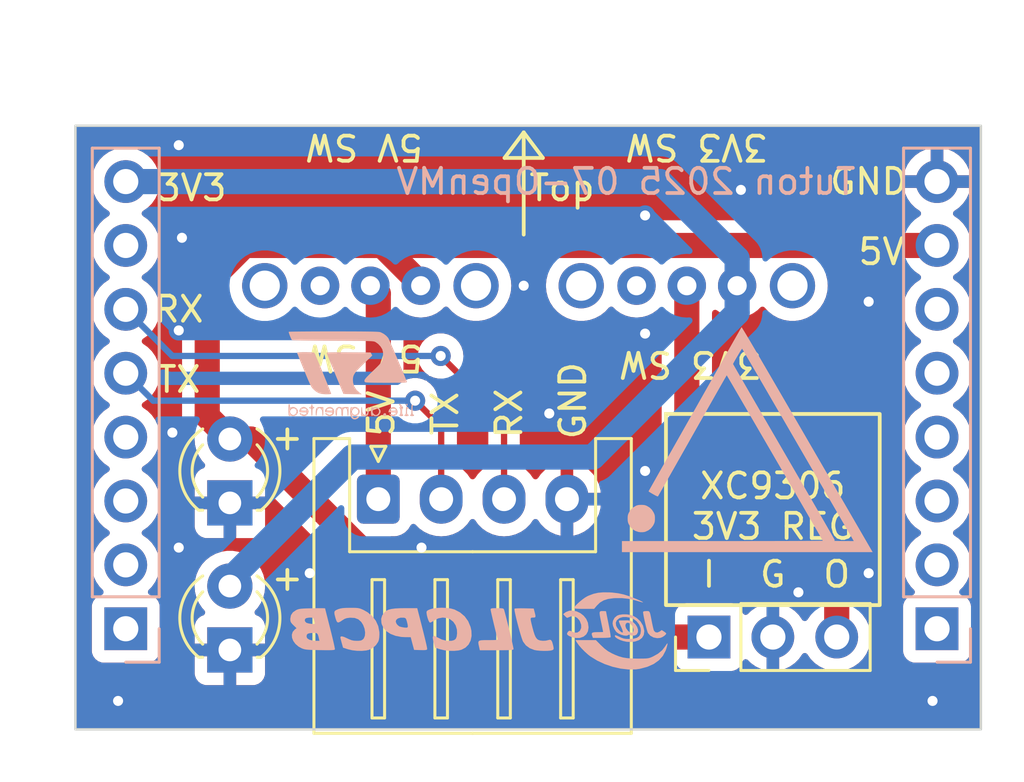
<source format=kicad_pcb>
(kicad_pcb (version 20221018) (generator pcbnew)
  (layers (0 "F.Cu" signal) (31 "B.Cu" signal) (34 "B.Paste" user) (35 "F.Paste" user) (36 "B.SilkS" user "B.Silkscreen") (37 "F.SilkS" user "F.Silkscreen") (38 "B.Mask" user) (39 "F.Mask" user) (44 "Edge.Cuts" user))
  (net 0 "")
  (net 1 "GND")
  (net 2 "+5V")
  (net 3 "Net-(D2-A)")
  (net 8 "TX")
  (net 9 "RX")
  (net 17 "Net-(J3-Pin_1)")
  (net 18 "+3V3")
  (footprint "Connector_PinHeader_2.54mm:PinHeader_1x03_P2.54mm_Vertical" (layer "F.Cu") (at 123.19 100.33 90)
    (fp_text reference "J4" hide)
    (fp_text value "REG")
    (pad "1" thru_hole rect (at 0 0 90) (size 1.7 1.7) (drill 1) (layers "*.Cu" "*.Mask") (net 2 "+5V"))
    (pad "2" thru_hole oval (at 0 2.54 90) (size 1.7 1.7) (drill 1) (layers "*.Cu" "*.Mask") (net 1 "GND"))
    (pad "3" thru_hole oval (at 0 5.08 90) (size 1.7 1.7) (drill 1) (layers "*.Cu" "*.Mask") (net 18 "+3V3"))
  )
  (footprint "Akiduki:SK-12D11VG3" (layer "F.Cu") (at 122.31 86.36 180)
    (fp_text reference "SW2" hide)
    (fp_text value "3V3IN")
    (pad "" thru_hole circle (at -4.2 0 180) (size 1.8 1.8) (drill 1.2) (layers "*.Cu" "*.Mask"))
    (pad "" thru_hole circle (at 4.2 0 180) (size 1.8 1.8) (drill 1.2) (layers "*.Cu" "*.Mask"))
    (pad "1" thru_hole circle (at -2 0 180) (size 1.524 1.524) (drill 0.762) (layers "*.Cu" "*.Mask") (net 3 "Net-(D2-A)"))
    (pad "2" thru_hole circle (at 0 0 180) (size 1.524 1.524) (drill 0.762) (layers "*.Cu" "*.Mask") (net 18 "+3V3"))
    (pad "3" thru_hole circle (at 2 0 180) (size 1.524 1.524) (drill 0.762) (layers "*.Cu" "*.Mask"))
  )
  (footprint "Connector_JST:JST_XH_S4B-XH-A_1x04_P2.50mm_Horizontal" (layer "F.Cu") (at 110.042 94.848)
    (fp_text reference "J3" hide)
    (fp_text value "Conn_01x04")
    (pad "1" thru_hole roundrect (at 0 0) (size 1.7 1.95) (drill 0.95) (layers "*.Cu" "*.Mask") (roundrect_rratio 0.1470588235) (net 17 "Net-(J3-Pin_1)"))
    (pad "2" thru_hole oval (at 2.5 0) (size 1.7 1.95) (drill 0.95) (layers "*.Cu" "*.Mask") (net 8 "TX"))
    (pad "3" thru_hole oval (at 5 0) (size 1.7 1.95) (drill 0.95) (layers "*.Cu" "*.Mask") (net 9 "RX"))
    (pad "4" thru_hole oval (at 7.5 0) (size 1.7 1.95) (drill 0.95) (layers "*.Cu" "*.Mask") (net 1 "GND"))
  )
  (footprint "LED_THT:LED_D3.0mm_Clear" (layer "F.Cu") (at 104.14 94.996 90)
    (fp_text reference "D1" hide)
    (fp_text value "5VLED" hide)
    (pad "1" thru_hole rect (at 0 0 90) (size 1.8 1.8) (drill 0.9) (layers "*.Cu" "*.Mask") (net 1 "GND"))
    (pad "2" thru_hole circle (at 2.54 0 90) (size 1.8 1.8) (drill 0.9) (layers "*.Cu" "*.Mask") (net 2 "+5V"))
  )
  (footprint "LED_THT:LED_D3.0mm_Clear" (layer "F.Cu") (at 104.14 100.843 90)
    (fp_text reference "D2" hide)
    (fp_text value "LED" hide)
    (pad "1" thru_hole rect (at 0 0 90) (size 1.8 1.8) (drill 0.9) (layers "*.Cu" "*.Mask") (net 1 "GND"))
    (pad "2" thru_hole circle (at 2.54 0 90) (size 1.8 1.8) (drill 0.9) (layers "*.Cu" "*.Mask") (net 3 "Net-(D2-A)"))
  )
  (footprint "Akiduki:SK-12D11VG3" (layer "F.Cu") (at 109.728 86.36 180)
    (fp_text reference "SW1" hide)
    (fp_text value "5VIN")
    (pad "" thru_hole circle (at -4.2 0 180) (size 1.8 1.8) (drill 1.2) (layers "*.Cu" "*.Mask"))
    (pad "" thru_hole circle (at 4.2 0 180) (size 1.8 1.8) (drill 1.2) (layers "*.Cu" "*.Mask"))
    (pad "1" thru_hole circle (at -2 0 180) (size 1.524 1.524) (drill 0.762) (layers "*.Cu" "*.Mask") (net 2 "+5V"))
    (pad "2" thru_hole circle (at 0 0 180) (size 1.524 1.524) (drill 0.762) (layers "*.Cu" "*.Mask") (net 17 "Net-(J3-Pin_1)"))
    (pad "3" thru_hole circle (at 2 0 180) (size 1.524 1.524) (drill 0.762) (layers "*.Cu" "*.Mask"))
  )
  (footprint "logo:tuton_logo" (layer "B.Cu") (at 124.714 92.456 180)
    (fp_text reference "G***" hide)
    (fp_text value "LOGO" hide)
  )
  (footprint "logo:jlcpcb_logo" (layer "B.Cu") (at 114.046 100.076 180)
    (fp_text reference "G***" hide)
    (fp_text value "LOGO" hide)
  )
  (footprint "Connector_PinSocket_2.54mm:PinSocket_1x08_P2.54mm_Vertical" (layer "B.Cu") (at 100 100)
    (fp_text reference "J1" hide)
    (fp_text value "OpenMV1")
    (pad "1" thru_hole rect (at 0 0) (size 1.7 1.7) (drill 1) (layers "*.Cu" "*.Mask"))
    (pad "2" thru_hole oval (at 0 -2.54) (size 1.7 1.7) (drill 1) (layers "*.Cu" "*.Mask"))
    (pad "3" thru_hole oval (at 0 -5.08) (size 1.7 1.7) (drill 1) (layers "*.Cu" "*.Mask"))
    (pad "4" thru_hole oval (at 0 -7.62) (size 1.7 1.7) (drill 1) (layers "*.Cu" "*.Mask"))
    (pad "5" thru_hole oval (at 0 -10.16) (size 1.7 1.7) (drill 1) (layers "*.Cu" "*.Mask") (net 8 "TX"))
    (pad "6" thru_hole oval (at 0 -12.7) (size 1.7 1.7) (drill 1) (layers "*.Cu" "*.Mask") (net 9 "RX"))
    (pad "7" thru_hole oval (at 0 -15.24) (size 1.7 1.7) (drill 1) (layers "*.Cu" "*.Mask"))
    (pad "8" thru_hole oval (at 0 -17.78) (size 1.7 1.7) (drill 1) (layers "*.Cu" "*.Mask") (net 3 "Net-(D2-A)"))
  )
  (footprint "logo:st_logo" (layer "B.Cu") (at 108.966 89.916 180)
    (fp_text reference "G***" hide)
    (fp_text value "LOGO" hide)
  )
  (footprint "Connector_PinSocket_2.54mm:PinSocket_1x08_P2.54mm_Vertical" (layer "B.Cu") (at 132.258 100)
    (fp_text reference "J2" hide)
    (fp_text value "OpenMV2")
    (pad "1" thru_hole rect (at 0 0) (size 1.7 1.7) (drill 1) (layers "*.Cu" "*.Mask"))
    (pad "2" thru_hole oval (at 0 -2.54) (size 1.7 1.7) (drill 1) (layers "*.Cu" "*.Mask"))
    (pad "3" thru_hole oval (at 0 -5.08) (size 1.7 1.7) (drill 1) (layers "*.Cu" "*.Mask"))
    (pad "4" thru_hole oval (at 0 -7.62) (size 1.7 1.7) (drill 1) (layers "*.Cu" "*.Mask"))
    (pad "5" thru_hole oval (at 0 -10.16) (size 1.7 1.7) (drill 1) (layers "*.Cu" "*.Mask"))
    (pad "6" thru_hole oval (at 0 -12.7) (size 1.7 1.7) (drill 1) (layers "*.Cu" "*.Mask"))
    (pad "7" thru_hole oval (at 0 -15.24) (size 1.7 1.7) (drill 1) (layers "*.Cu" "*.Mask") (net 2 "+5V"))
    (pad "8" thru_hole oval (at 0 -17.78) (size 1.7 1.7) (drill 1) (layers "*.Cu" "*.Mask") (net 1 "GND"))
  )
  (gr_rect (start 121.48 91.46) (end 129.98 99.06) (stroke (width 0.15)) (fill none) (layer "F.SilkS"))
  (gr_line (start 116.586 81.28) (end 115.824 80.264) (stroke (width 0.15)) (layer "F.SilkS"))
  (gr_line (start 115.824 80.264) (end 115.062 81.28) (stroke (width 0.15)) (layer "F.SilkS"))
  (gr_line (start 115.824 84.328) (end 115.824 80.264) (stroke (width 0.15)) (layer "F.SilkS"))
  (gr_line (start 115.062 81.28) (end 116.586 81.28) (stroke (width 0.15)) (layer "F.SilkS"))
  (gr_rect (start 98 80) (end 134 104) (stroke (width 0.1)) (fill none) (layer "Edge.Cuts"))
  (gr_text "Tuton 2025 07-OpenMV" (at 119.888 82.804) (layer "B.SilkS") (effects (font (size 1 1)) (justify bottom mirror)))
  (gr_text "XC9306\n3V3 REG" (at 125.73 96.52) (layer "F.SilkS") (effects (font (size 1 1)) (justify bottom)))
  (gr_text "RX" (at 102.108 87.884) (layer "F.SilkS") (effects (font (size 1 1)) (justify bottom)))
  (gr_text "3V3 SW" (at 122.682 80.264 180) (layer "F.SilkS") (effects (font (size 1 1)) (justify bottom)))
  (gr_text "TX" (at 113.284 91.44 90) (layer "F.SilkS") (effects (font (size 1 1)) (justify bottom)))
  (gr_text "5V" (at 110.744 91.44 90) (layer "F.SilkS") (effects (font (size 1 1)) (justify bottom)))
  (gr_text "Top" (at 117.348 83.058) (layer "F.SilkS") (effects (font (size 1 1)) (justify bottom)))
  (gr_text "3V3 SW" (at 122.428 88.9 180) (layer "F.SilkS") (effects (font (size 1 1)) (justify bottom)))
  (gr_text "RX" (at 115.824 91.44 90) (layer "F.SilkS") (effects (font (size 1 1)) (justify bottom)))
  (gr_text "+" (at 106.426 98.552) (layer "F.SilkS") (effects (font (size 1 1)) (justify bottom)))
  (gr_text "O" (at 128.27 98.425) (layer "F.SilkS") (effects (font (size 1 1)) (justify bottom)))
  (gr_text "5V" (at 130.048 85.598) (layer "F.SilkS") (effects (font (size 1 1)) (justify bottom)))
  (gr_text "GND" (at 118.364 90.932 90) (layer "F.SilkS") (effects (font (size 1 1)) (justify bottom)))
  (gr_text "3V3" (at 102.616 83.058) (layer "F.SilkS") (effects (font (size 1 1)) (justify bottom)))
  (gr_text "TX" (at 102.108 90.678) (layer "F.SilkS") (effects (font (size 1 1)) (justify bottom)))
  (gr_text "+" (at 106.426 92.964) (layer "F.SilkS") (effects (font (size 1 1)) (justify bottom)))
  (gr_text "G" (at 125.73 98.425) (layer "F.SilkS") (effects (font (size 1 1)) (justify bottom)))
  (gr_text "5V SW" (at 109.474 80.264 180) (layer "F.SilkS") (effects (font (size 1 1)) (justify bottom)))
  (gr_text "GND" (at 129.54 82.804) (layer "F.SilkS") (effects (font (size 1 1)) (justify bottom)))
  (gr_text "I" (at 123.19 98.425) (layer "F.SilkS") (effects (font (size 1 1)) (justify bottom)))
  (gr_text "5V SW" (at 109.474 88.646 180) (layer "F.SilkS") (effects (font (size 1 1)) (justify bottom)))
  (via (at 111.76 96.774) (size 0.8) (drill 0.4) (layers "F.Cu" "B.Cu") (net 1))
  (via (at 101.854 92.202) (size 0.8) (drill 0.4) (layers "F.Cu" "B.Cu") (net 1))
  (via (at 132.08 102.87) (size 0.8) (drill 0.4) (layers "F.Cu" "B.Cu") (net 1))
  (via (at 102.108 80.772) (size 0.8) (drill 0.4) (layers "F.Cu" "B.Cu") (net 1))
  (via (at 102.108 88.138) (size 0.8) (drill 0.4) (layers "F.Cu" "B.Cu") (net 1))
  (via (at 102.108 96.774) (size 0.8) (drill 0.4) (layers "F.Cu" "B.Cu") (net 1))
  (via (at 99.695 102.87) (size 0.8) (drill 0.4) (layers "F.Cu" "B.Cu") (net 1))
  (via (at 129.54 97.79) (size 0.8) (drill 0.4) (layers "F.Cu" "B.Cu") (net 1))
  (via (at 120.65 83.566) (size 0.8) (drill 0.4) (layers "F.Cu" "B.Cu") (net 1))
  (via (at 107.315 97.79) (size 0.8) (drill 0.4) (layers "F.Cu" "B.Cu") (net 1))
  (via (at 120.65 88.265) (size 0.8) (drill 0.4) (layers "F.Cu" "B.Cu") (net 1))
  (via (at 115.824 86.36) (size 0.8) (drill 0.4) (layers "F.Cu" "B.Cu") (net 1))
  (via (at 102.235 84.455) (size 0.8) (drill 0.4) (layers "F.Cu" "B.Cu") (net 1))
  (via (at 124.46 82.55) (size 0.8) (drill 0.4) (layers "F.Cu" "B.Cu") (net 1))
  (via (at 126.746 98.552) (size 0.8) (drill 0.4) (layers "F.Cu" "B.Cu") (net 1))
  (via (at 129.54 86.995) (size 0.8) (drill 0.4) (layers "F.Cu" "B.Cu") (net 1))
  (via (at 116.84 91.44) (size 0.8) (drill 0.4) (layers "F.Cu" "B.Cu") (net 1))
  (via (at 120.65 93.726) (size 0.8) (drill 0.4) (layers "F.Cu" "B.Cu") (net 1))
  (segment (start 132.258 84.76) (end 109.474 84.76) (width 1) (layer "F.Cu") (net 2))
  (segment (start 109.474 84.76) (end 104.724 84.76) (width 1) (layer "F.Cu") (net 2))
  (segment (start 111.728 86.292419) (end 110.195581 84.76) (width 1) (layer "F.Cu") (net 2))
  (segment (start 103.24 91.556) (end 104.14 92.456) (width 1) (layer "F.Cu") (net 2))
  (segment (start 110.195581 84.76) (end 109.474 84.76) (width 1) (layer "F.Cu") (net 2))
  (segment (start 103.24 86.244) (end 103.24 91.556) (width 1) (layer "F.Cu") (net 2))
  (segment (start 112.84857 100.33) (end 123.19 100.33) (width 1) (layer "F.Cu") (net 2))
  (segment (start 104.724 84.76) (end 103.24 86.244) (width 1) (layer "F.Cu") (net 2))
  (segment (start 104.97457 92.456) (end 112.84857 100.33) (width 1) (layer "F.Cu") (net 2))
  (segment (start 104.14 92.456) (end 104.97457 92.456) (width 1) (layer "F.Cu") (net 2))
  (segment (start 111.728 86.36) (end 111.728 86.292419) (width 1) (layer "F.Cu") (net 2))
  (segment (start 124.31 87.43763) (end 118.57463 93.173) (width 1) (layer "B.Cu") (net 3))
  (segment (start 121.24763 82.22) (end 100 82.22) (width 1) (layer "B.Cu") (net 3))
  (segment (start 124.31 85.28237) (end 121.24763 82.22) (width 1) (layer "B.Cu") (net 3))
  (segment (start 124.31 86.36) (end 124.31 87.43763) (width 1) (layer "B.Cu") (net 3))
  (segment (start 118.57463 93.173) (end 109.011 93.173) (width 1) (layer "B.Cu") (net 3))
  (segment (start 104.14 98.044) (end 104.14 98.303) (width 1) (layer "B.Cu") (net 3))
  (segment (start 109.011 93.173) (end 104.14 98.044) (width 1) (layer "B.Cu") (net 3))
  (segment (start 124.31 86.36) (end 124.31 85.28237) (width 1) (layer "B.Cu") (net 3))
  (segment (start 112.542 94.848) (end 112.542 91.968) (width 0.25) (layer "F.Cu") (net 8))
  (segment (start 112.542 91.968) (end 111.506 90.932) (width 0.25) (layer "F.Cu") (net 8))
  (via (at 111.506 90.932) (size 0.8) (drill 0.4) (layers "F.Cu" "B.Cu") (net 8))
  (segment (start 101.092 90.932) (end 100 89.84) (width 0.25) (layer "B.Cu") (net 8))
  (segment (start 111.506 90.932) (end 101.092 90.932) (width 0.25) (layer "B.Cu") (net 8))
  (segment (start 115.042 91.674) (end 112.522 89.154) (width 0.25) (layer "F.Cu") (net 9))
  (segment (start 115.042 94.848) (end 115.042 91.674) (width 0.25) (layer "F.Cu") (net 9))
  (via (at 112.522 89.154) (size 0.8) (drill 0.4) (layers "F.Cu" "B.Cu") (net 9))
  (segment (start 112.522 89.154) (end 101.854 89.154) (width 0.25) (layer "B.Cu") (net 9))
  (segment (start 101.854 89.154) (end 100 87.3) (width 0.25) (layer "B.Cu") (net 9))
  (segment (start 110.042 86.674) (end 109.728 86.36) (width 1) (layer "F.Cu") (net 17))
  (segment (start 110.042 94.848) (end 110.042 86.674) (width 1) (layer "F.Cu") (net 17))
  (segment (start 122.31 86.36) (end 122.31 92.115635) (width 1) (layer "F.Cu") (net 18))
  (segment (start 128.27 98.075635) (end 128.27 100.33) (width 1) (layer "F.Cu") (net 18))
  (segment (start 122.31 92.115635) (end 128.27 98.075635) (width 1) (layer "F.Cu") (net 18))
  (zone (net 1) (net_name "GND") (layers "F&B.Cu") (connect_pads (clearance 0.5)) (min_thickness 0.25) (fill yes (thermal_gap 0.5) (thermal_bridge_width 0.5))
    (polygon (pts (xy 95 75) (xy 95 105) (xy 135 105) (xy 135 75)))
  )
)
</source>
